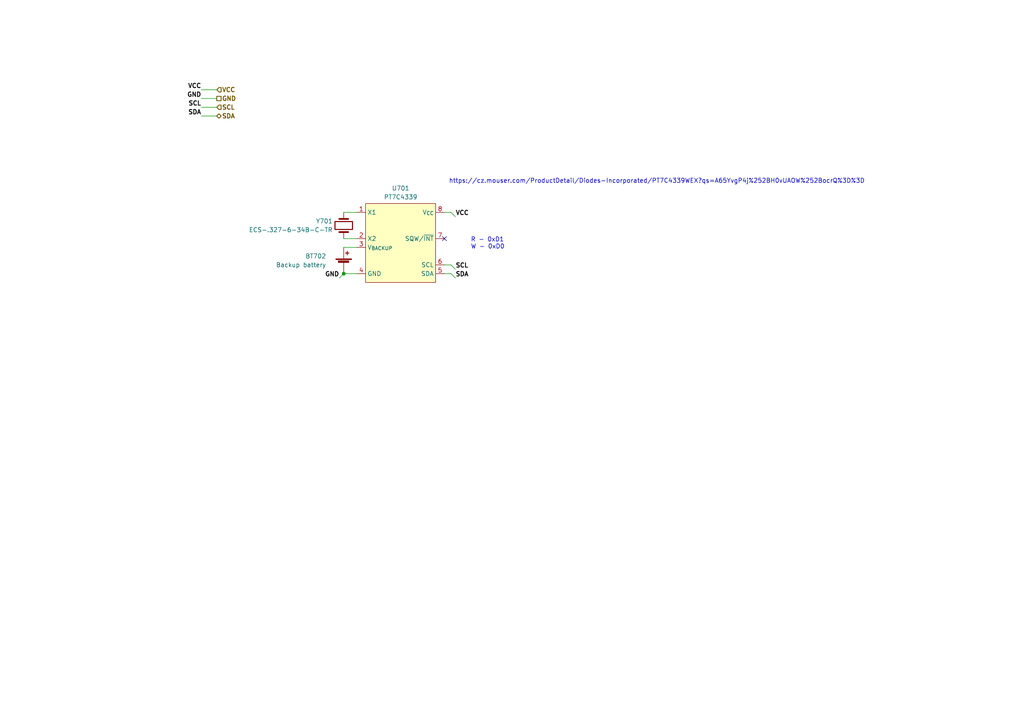
<source format=kicad_sch>
(kicad_sch (version 20211123) (generator eeschema)
  (paper "A4")
  (title_block (title "CanSat 2023") (rev "2022") (company "The Project SkyFall") (comment 1 "David Haisman"))
  (lib_symbols
    (symbol "CanSat_2023:PT7C4339"
      (property "Reference" "U" (at 0 8.89 0))
      (property "Value" "PT7C4339" (at 0 6.35 0))
      (symbol "PT7C4339_0_1"
        (rectangle (start -10.16 11.43) (end 10.16 -11.43) (fill (type background)))
      )
      (symbol "PT7C4339_1_1"
        (pin passive line (at -12.7 8.89 0) (length 2.54) (name "X1") (number "1"))
        (pin passive line (at -12.7 1.27 0) (length 2.54) (name "X2") (number "2"))
        (pin power_in line (at -12.7 -1.27 0) (length 2.54) (name "V_{BACKUP}") (number "3"))
        (pin passive line (at -12.7 -8.89 0) (length 2.54) (name "GND") (number "4"))
        (pin bidirectional line (at 12.7 -8.89 180) (length 2.54) (name "SDA") (number "5"))
        (pin input line (at 12.7 -6.35 180) (length 2.54) (name "SCL") (number "6"))
        (pin output line (at 12.7 1.27 180) (length 2.54) (name "SQW/~{INT}") (number "7"))
        (pin power_in line (at 12.7 8.89 180) (length 2.54) (name "V_{CC}") (number "8"))
      )
    )
    (symbol "Device:Battery_Cell" (pin_numbers hide) (pin_names (offset 0) hide)
      (property "Reference" "BT" (at 2.54 2.54 0))
      (property "Value" "Battery_Cell" (at 2.54 0 0))
      (symbol "Battery_Cell_0_1"
        (rectangle (start -2.286 1.778) (end 2.286 1.524) (fill (type outline)))
        (rectangle (start -1.5748 1.1938) (end 1.4732 0.6858) (fill (type outline)))
        (polyline (pts (xy 0 0.762) (xy 0 0)))
        (polyline (pts (xy 0 1.778) (xy 0 2.54)))
        (polyline (pts (xy 0.508 3.429) (xy 1.524 3.429)) (stroke (width 0.254)))
        (polyline (pts (xy 1.016 3.937) (xy 1.016 2.921)) (stroke (width 0.254)))
      )
      (symbol "Battery_Cell_1_1"
        (pin passive line (at 0 5.08 270) (length 2.54) (name "+") (number "1"))
        (pin passive line (at 0 -2.54 90) (length 2.54) (name "-") (number "2"))
      )
    )
    (symbol "Device:Crystal" (pin_numbers hide) (pin_names (offset 1.016) hide)
      (property "Reference" "Y" (at 0 3.81 0))
      (property "Value" "Crystal" (at 0 -3.81 0))
      (symbol "Crystal_0_1"
        (rectangle (start -1.143 2.54) (end 1.143 -2.54) (stroke (width 0.3048)))
        (polyline (pts (xy -2.54 0) (xy -1.905 0)))
        (polyline (pts (xy -1.905 -1.27) (xy -1.905 1.27)) (stroke (width 0.508)))
        (polyline (pts (xy 1.905 -1.27) (xy 1.905 1.27)) (stroke (width 0.508)))
        (polyline (pts (xy 2.54 0) (xy 1.905 0)))
      )
      (symbol "Crystal_1_1"
        (pin passive line (at -3.81 0 0) (length 1.27) (name "1") (number "1"))
        (pin passive line (at 3.81 0 180) (length 1.27) (name "2") (number "2"))
      )
    )
  )
  (junction (at 99.695 79.375))
  (no_connect (at 128.905 69.215))
  (wire (pts (xy 132.08 80.645) (xy 130.81 79.375)))
  (wire (pts (xy 99.695 71.755) (xy 103.505 71.755)))
  (wire (pts (xy 58.42 28.575) (xy 62.865 28.575)))
  (wire (pts (xy 58.42 31.115) (xy 62.865 31.115)))
  (wire (pts (xy 98.425 80.645) (xy 99.695 79.375)))
  (wire (pts (xy 58.42 26.035) (xy 62.865 26.035)))
  (wire (pts (xy 130.81 76.835) (xy 128.905 76.835)))
  (wire (pts (xy 103.505 69.215) (xy 99.695 69.215)))
  (wire (pts (xy 58.42 33.655) (xy 62.865 33.655)))
  (wire (pts (xy 130.81 61.595) (xy 128.905 61.595)))
  (wire (pts (xy 132.08 62.865) (xy 130.81 61.595)))
  (wire (pts (xy 99.695 61.595) (xy 103.505 61.595)))
  (wire (pts (xy 130.81 79.375) (xy 128.905 79.375)))
  (wire (pts (xy 132.08 78.105) (xy 130.81 76.835)))
  (wire (pts (xy 103.505 79.375) (xy 99.695 79.375)))
  (text "https://cz.mouser.com/ProductDetail/Diodes-Incorporated/PT7C4339WEX?qs=A65YvgP4j%252BH0vUAOW%252BocrQ%3D%3D" (at 130.175 53.34 0) (effects (font (size 1.27 1.27)) (justify left bottom)))
  (text "R - 0xD1\nW - 0xD0" (at 136.525 72.39 0) (effects (font (size 1.27 1.27)) (justify left bottom)))
  (label "GND" (at 58.42 28.575 180) (effects (font bold)))
  (label "VCC" (at 132.08 62.865 0) (effects (font (thickness 0.254) bold)))
  (label "SDA" (at 132.08 80.645 0) (effects (font bold)))
  (label "VCC" (at 58.42 26.035 180) (effects (font (thickness 0.254) bold)))
  (label "GND" (at 98.425 80.645 180) (effects (font bold)))
  (label "SCL" (at 132.08 78.105 0) (effects (font bold)))
  (label "SDA" (at 58.42 33.655 180) (effects (font bold)))
  (label "SCL" (at 58.42 31.115 180) (effects (font bold)))
  (hierarchical_label "SDA" (shape bidirectional) (at 62.865 33.655 0) (effects (font (thickness 0.254) bold)))
  (hierarchical_label "GND" (shape passive) (at 62.865 28.575 0) (effects (font (thickness 0.254) bold)))
  (hierarchical_label "SCL" (shape input) (at 62.865 31.115 0) (effects (font (thickness 0.254) bold)))
  (hierarchical_label "VCC" (shape input) (at 62.865 26.035 0) (effects (font (thickness 0.254) bold)))
  (symbol (lib_id "Device:Battery_Cell") (at 99.695 76.835 0) (unit 1)
    (property "Reference" "BT702" (at 94.615 74.295 0) (effects (justify right)))
    (property "Value" "Backup battery" (at 94.615 76.835 0) (effects (justify right)))
    (property "Footprint" "CanSat:2989" (effects hide))
  )
  (symbol (lib_id "CanSat_2023:PT7C4339") (at 116.205 70.485 0) (unit 1)
    (property "Reference" "U701" (at 116.205 54.61 0))
    (property "Value" "PT7C4339" (at 116.205 57.15 0))
    (property "Footprint" "Package_SO:SOIC-8-1EP_3.9x4.9mm_P1.27mm_EP2.29x3mm" (effects hide))
  )
  (symbol (lib_id "Device:Crystal") (at 99.695 65.405 90) (unit 1)
    (property "Reference" "Y701" (at 96.52 64.135 90) (effects (justify left)))
    (property "Value" "ECS-.327-6-34B-C-TR" (at 96.52 66.675 90) (effects (justify left)))
    (property "Footprint" "1Knihovna:ECX-31B" (effects hide))
  )
)
</source>
